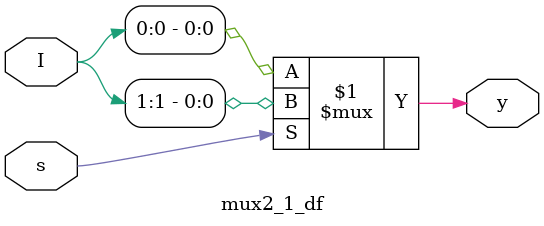
<source format=v>


module mux2_1_df(y, I, s);
  output y;
  input s;
  input [1:0] I;

  assign y = s ? I[1] : I[0];
endmodule

</source>
